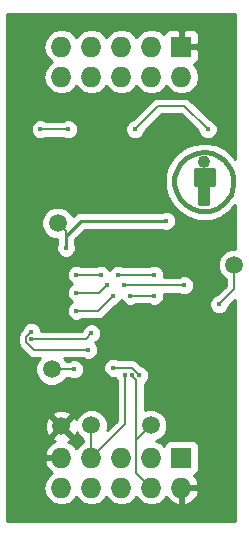
<source format=gbl>
G04 #@! TF.FileFunction,Copper,L2,Bot,Signal*
%FSLAX46Y46*%
G04 Gerber Fmt 4.6, Leading zero omitted, Abs format (unit mm)*
G04 Created by KiCad (PCBNEW 4.0.5) date 01/03/18 17:15:43*
%MOMM*%
%LPD*%
G01*
G04 APERTURE LIST*
%ADD10C,0.100000*%
%ADD11C,0.381000*%
%ADD12R,1.727200X1.727200*%
%ADD13O,1.727200X1.727200*%
%ADD14C,1.500000*%
%ADD15C,0.406400*%
%ADD16C,0.152400*%
%ADD17C,0.254000*%
G04 APERTURE END LIST*
D10*
D11*
X95885000Y-90556080D02*
X95885000Y-90954860D01*
X96586040Y-91754960D02*
X95285560Y-91754960D01*
X95384620Y-92057220D02*
X96586040Y-92057220D01*
X96685100Y-92356940D02*
X95384620Y-92356940D01*
X95885000Y-92755720D02*
X95885000Y-94056200D01*
X95785940Y-94256860D02*
X95585280Y-94256860D01*
X95585280Y-94256860D02*
X95585280Y-92656660D01*
X96184720Y-92755720D02*
X96184720Y-94256860D01*
X96184720Y-94256860D02*
X95684340Y-94256860D01*
X96685100Y-91455240D02*
X95183960Y-91455240D01*
X95183960Y-91455240D02*
X95183960Y-92656660D01*
X95183960Y-92656660D02*
X96685100Y-92656660D01*
X96685100Y-92656660D02*
X96685100Y-91455240D01*
X96200666Y-90756740D02*
G75*
G03X96200666Y-90756740I-315666J0D01*
G01*
X95885000Y-89956640D02*
X95984060Y-89956640D01*
X95984060Y-89956640D02*
X96586040Y-90055700D01*
X96586040Y-90055700D02*
X97083880Y-90256360D01*
X97083880Y-90256360D02*
X97584260Y-90655140D01*
X97584260Y-90655140D02*
X98084640Y-91257120D01*
X98084640Y-91257120D02*
X98285300Y-91655900D01*
X98285300Y-91655900D02*
X98384360Y-92156280D01*
X98384360Y-92156280D02*
X98384360Y-92755720D01*
X98384360Y-92755720D02*
X98186240Y-93555820D01*
X98186240Y-93555820D02*
X97584260Y-94256860D01*
X97584260Y-94256860D02*
X97083880Y-94655640D01*
X97083880Y-94655640D02*
X96385380Y-94955360D01*
X96385380Y-94955360D02*
X95585280Y-94955360D01*
X95585280Y-94955360D02*
X94985840Y-94757240D01*
X94985840Y-94757240D02*
X94383860Y-94454980D01*
X94383860Y-94454980D02*
X93886020Y-93957140D01*
X93886020Y-93957140D02*
X93484700Y-93256100D01*
X93484700Y-93256100D02*
X93385640Y-92656660D01*
X93385640Y-92656660D02*
X93385640Y-92057220D01*
X93385640Y-92057220D02*
X93583760Y-91455240D01*
X93583760Y-91455240D02*
X93886020Y-90954860D01*
X93886020Y-90954860D02*
X94383860Y-90457020D01*
X94383860Y-90457020D02*
X94884240Y-90154760D01*
X94884240Y-90154760D02*
X95285560Y-90055700D01*
X95285560Y-90055700D02*
X95885000Y-89956640D01*
D12*
X93980000Y-115824000D03*
D13*
X93980000Y-118364000D03*
X91440000Y-115824000D03*
X91440000Y-118364000D03*
X88900000Y-115824000D03*
X88900000Y-118364000D03*
X86360000Y-115824000D03*
X86360000Y-118364000D03*
X83820000Y-115824000D03*
X83820000Y-118364000D03*
D12*
X93980000Y-81026000D03*
D13*
X93980000Y-83566000D03*
X91440000Y-81026000D03*
X91440000Y-83566000D03*
X88900000Y-81026000D03*
X88900000Y-83566000D03*
X86360000Y-81026000D03*
X86360000Y-83566000D03*
X83820000Y-81026000D03*
X83820000Y-83566000D03*
D14*
X86360000Y-113093500D03*
X91376500Y-113093500D03*
X83820000Y-113157000D03*
X82994500Y-108331000D03*
X83502500Y-95948500D03*
X98425000Y-99504500D03*
D15*
X97917000Y-103568500D03*
X94493602Y-104521000D03*
X94482398Y-107569000D03*
X81089500Y-90551000D03*
X93472000Y-88011000D03*
X86868000Y-111506000D03*
X84201000Y-110426500D03*
X88900000Y-105537000D03*
X88900000Y-97536000D03*
X87122000Y-88011000D03*
X84899500Y-108331000D03*
X92710000Y-95758000D03*
X84201000Y-98044000D03*
X97155000Y-102818500D03*
X96202500Y-88011000D03*
X90043000Y-88011000D03*
X82042000Y-88011000D03*
X84391500Y-88011000D03*
X86365400Y-105287000D03*
X81280000Y-105791000D03*
X86106000Y-106680000D03*
X81280000Y-105156000D03*
X89776313Y-108839000D03*
X89217500Y-108839000D03*
X90424000Y-108839000D03*
X88201500Y-108204000D03*
X87150000Y-100330000D03*
X85090000Y-100330000D03*
X87650000Y-101219000D03*
X85090000Y-101854000D03*
X88150000Y-102108000D03*
X85090000Y-103378000D03*
X88646000Y-100330000D03*
X91694000Y-100330000D03*
X89150000Y-101219000D03*
X94234000Y-101219000D03*
X91694000Y-102108000D03*
X89650000Y-102108000D03*
D16*
X88104632Y-89281000D02*
X91059000Y-89281000D01*
X87122000Y-88011000D02*
X87122000Y-88298368D01*
X87122000Y-88298368D02*
X88104632Y-89281000D01*
X82994500Y-108331000D02*
X84899500Y-108331000D01*
D17*
X84201000Y-97028000D02*
X85471000Y-95758000D01*
X85471000Y-95758000D02*
X92710000Y-95758000D01*
X84201000Y-98044000D02*
X84201000Y-97028000D01*
D16*
X84201000Y-98044000D02*
X84201000Y-96647000D01*
X84201000Y-96647000D02*
X83502500Y-95948500D01*
X98425000Y-99504500D02*
X98425000Y-101548500D01*
X98425000Y-101548500D02*
X97155000Y-102818500D01*
X90043000Y-88011000D02*
X92011500Y-86042500D01*
X92011500Y-86042500D02*
X94234000Y-86042500D01*
X94234000Y-86042500D02*
X96202500Y-88011000D01*
X84391500Y-88011000D02*
X82042000Y-88011000D01*
X81280000Y-105791000D02*
X85861400Y-105791000D01*
X85861400Y-105791000D02*
X86365400Y-105287000D01*
X81280000Y-105156000D02*
X80848199Y-105587801D01*
X80848199Y-105587801D02*
X80848199Y-105998265D01*
X80848199Y-105998265D02*
X81529934Y-106680000D01*
X81529934Y-106680000D02*
X86106000Y-106680000D01*
X91376500Y-113093500D02*
X90170000Y-114300000D01*
X90170000Y-114300000D02*
X90170000Y-117094000D01*
X90170000Y-117094000D02*
X90576401Y-117500401D01*
X90576401Y-117500401D02*
X91440000Y-118364000D01*
X89979512Y-109042199D02*
X89776313Y-108839000D01*
X90170000Y-109232687D02*
X89979512Y-109042199D01*
X90170000Y-117094000D02*
X90170000Y-109232687D01*
X91440000Y-118364000D02*
X90170000Y-117094000D01*
X86360000Y-113093500D02*
X86360000Y-114154160D01*
X86360000Y-114154160D02*
X86360000Y-115824000D01*
X89217500Y-112966500D02*
X89217500Y-109126368D01*
X86360000Y-115824000D02*
X89217500Y-112966500D01*
X89217500Y-109126368D02*
X89217500Y-108839000D01*
X88201500Y-108204000D02*
X89789000Y-108204000D01*
X89789000Y-108204000D02*
X90424000Y-108839000D01*
X85090000Y-100330000D02*
X87150000Y-100330000D01*
X85090000Y-101854000D02*
X87015000Y-101854000D01*
X87015000Y-101854000D02*
X87650000Y-101219000D01*
X85090000Y-103378000D02*
X86880000Y-103378000D01*
X86880000Y-103378000D02*
X88150000Y-102108000D01*
X91694000Y-100330000D02*
X88646000Y-100330000D01*
X94234000Y-101219000D02*
X89150000Y-101219000D01*
X89650000Y-102108000D02*
X91694000Y-102108000D01*
D17*
G36*
X98552000Y-90527971D02*
X98219085Y-90127459D01*
X98153351Y-90074198D01*
X98098746Y-90009575D01*
X97598366Y-89610795D01*
X97492336Y-89556061D01*
X97392483Y-89490713D01*
X96894642Y-89290053D01*
X96805243Y-89273157D01*
X96720079Y-89241155D01*
X96118099Y-89142095D01*
X96050448Y-89144345D01*
X95984060Y-89131140D01*
X95885000Y-89131140D01*
X95818339Y-89144400D01*
X95750408Y-89142186D01*
X95150968Y-89241246D01*
X95120383Y-89252763D01*
X95087735Y-89254254D01*
X94686415Y-89353314D01*
X94574082Y-89405972D01*
X94457415Y-89448169D01*
X93957036Y-89750429D01*
X93883232Y-89817785D01*
X93800143Y-89873303D01*
X93302303Y-90371143D01*
X93246787Y-90454229D01*
X93179428Y-90528036D01*
X92877169Y-91028416D01*
X92845475Y-91116043D01*
X92799635Y-91197174D01*
X92601515Y-91799154D01*
X92585652Y-91928960D01*
X92560140Y-92057220D01*
X92560140Y-92656660D01*
X92573400Y-92723321D01*
X92571186Y-92791252D01*
X92670246Y-93390692D01*
X92721786Y-93527568D01*
X92768285Y-93666222D01*
X93169605Y-94367262D01*
X93241481Y-94449831D01*
X93302303Y-94540857D01*
X93800143Y-95038697D01*
X93909598Y-95111833D01*
X94013441Y-95192706D01*
X94615421Y-95494966D01*
X94673959Y-95511103D01*
X94726788Y-95541040D01*
X95326228Y-95739160D01*
X95456521Y-95755248D01*
X95585280Y-95780860D01*
X96385380Y-95780860D01*
X96390588Y-95779824D01*
X96395807Y-95780794D01*
X96548307Y-95748452D01*
X96701285Y-95718023D01*
X96705701Y-95715072D01*
X96710893Y-95713971D01*
X97409393Y-95414252D01*
X97500341Y-95351806D01*
X97598366Y-95301205D01*
X98098746Y-94902425D01*
X98149120Y-94842808D01*
X98210546Y-94794649D01*
X98552000Y-94397006D01*
X98552000Y-98119610D01*
X98150715Y-98119260D01*
X97641485Y-98329669D01*
X97251539Y-98718936D01*
X97040241Y-99227798D01*
X97039760Y-99778785D01*
X97250169Y-100288015D01*
X97639436Y-100677961D01*
X97713800Y-100708840D01*
X97713800Y-101253911D01*
X96986538Y-101981173D01*
X96680818Y-102107495D01*
X96444823Y-102343078D01*
X96316946Y-102651040D01*
X96316655Y-102984497D01*
X96443995Y-103292682D01*
X96679578Y-103528677D01*
X96987540Y-103656554D01*
X97320997Y-103656845D01*
X97629182Y-103529505D01*
X97865177Y-103293922D01*
X97992859Y-102986429D01*
X98552000Y-102427289D01*
X98552000Y-121158000D01*
X79248000Y-121158000D01*
X79248000Y-118364000D01*
X82292041Y-118364000D01*
X82406115Y-118937489D01*
X82730971Y-119423670D01*
X83217152Y-119748526D01*
X83790641Y-119862600D01*
X83849359Y-119862600D01*
X84422848Y-119748526D01*
X84909029Y-119423670D01*
X85090000Y-119152828D01*
X85270971Y-119423670D01*
X85757152Y-119748526D01*
X86330641Y-119862600D01*
X86389359Y-119862600D01*
X86962848Y-119748526D01*
X87449029Y-119423670D01*
X87630000Y-119152828D01*
X87810971Y-119423670D01*
X88297152Y-119748526D01*
X88870641Y-119862600D01*
X88929359Y-119862600D01*
X89502848Y-119748526D01*
X89989029Y-119423670D01*
X90170000Y-119152828D01*
X90350971Y-119423670D01*
X90837152Y-119748526D01*
X91410641Y-119862600D01*
X91469359Y-119862600D01*
X92042848Y-119748526D01*
X92529029Y-119423670D01*
X92709992Y-119152839D01*
X93091510Y-119570821D01*
X93620973Y-119818968D01*
X93853000Y-119698469D01*
X93853000Y-118491000D01*
X94107000Y-118491000D01*
X94107000Y-119698469D01*
X94339027Y-119818968D01*
X94868490Y-119570821D01*
X95262688Y-119138947D01*
X95434958Y-118723026D01*
X95313817Y-118491000D01*
X94107000Y-118491000D01*
X93853000Y-118491000D01*
X93833000Y-118491000D01*
X93833000Y-118237000D01*
X93853000Y-118237000D01*
X93853000Y-118217000D01*
X94107000Y-118217000D01*
X94107000Y-118237000D01*
X95313817Y-118237000D01*
X95434958Y-118004974D01*
X95262688Y-117589053D01*
X95003391Y-117304973D01*
X95078917Y-117290762D01*
X95295041Y-117151690D01*
X95440031Y-116939490D01*
X95491040Y-116687600D01*
X95491040Y-114960400D01*
X95446762Y-114725083D01*
X95307690Y-114508959D01*
X95095490Y-114363969D01*
X94843600Y-114312960D01*
X93116400Y-114312960D01*
X92881083Y-114357238D01*
X92664959Y-114496310D01*
X92519969Y-114708510D01*
X92500338Y-114805451D01*
X92328490Y-114617179D01*
X91853974Y-114394784D01*
X92160015Y-114268331D01*
X92549961Y-113879064D01*
X92761259Y-113370202D01*
X92761740Y-112819215D01*
X92551331Y-112309985D01*
X92162064Y-111920039D01*
X91653202Y-111708741D01*
X91102215Y-111708260D01*
X90881200Y-111799581D01*
X90881200Y-109557022D01*
X90898182Y-109550005D01*
X91134177Y-109314422D01*
X91262054Y-109006460D01*
X91262345Y-108673003D01*
X91135005Y-108364818D01*
X90899422Y-108128823D01*
X90591929Y-108001141D01*
X90291894Y-107701106D01*
X90061165Y-107546937D01*
X89789000Y-107492800D01*
X88674458Y-107492800D01*
X88368960Y-107365946D01*
X88035503Y-107365655D01*
X87727318Y-107492995D01*
X87491323Y-107728578D01*
X87363446Y-108036540D01*
X87363155Y-108369997D01*
X87490495Y-108678182D01*
X87726078Y-108914177D01*
X88034040Y-109042054D01*
X88367497Y-109042345D01*
X88390636Y-109032784D01*
X88506300Y-109312710D01*
X88506300Y-112671911D01*
X87699845Y-113478366D01*
X87744759Y-113370202D01*
X87745240Y-112819215D01*
X87534831Y-112309985D01*
X87145564Y-111920039D01*
X86636702Y-111708741D01*
X86085715Y-111708260D01*
X85576485Y-111918669D01*
X85186539Y-112307936D01*
X85083455Y-112556190D01*
X85032460Y-112433077D01*
X84791517Y-112365088D01*
X83999605Y-113157000D01*
X84791517Y-113948912D01*
X85032460Y-113880923D01*
X85103873Y-113680263D01*
X85185169Y-113877015D01*
X85574436Y-114266961D01*
X85648800Y-114297840D01*
X85648800Y-114511873D01*
X85270971Y-114764330D01*
X85090008Y-115035161D01*
X84708490Y-114617179D01*
X84350705Y-114449494D01*
X84543923Y-114369460D01*
X84611912Y-114128517D01*
X83820000Y-113336605D01*
X83028088Y-114128517D01*
X83096077Y-114369460D01*
X83302961Y-114443088D01*
X82931510Y-114617179D01*
X82537312Y-115049053D01*
X82365042Y-115464974D01*
X82486183Y-115697000D01*
X83693000Y-115697000D01*
X83693000Y-115677000D01*
X83947000Y-115677000D01*
X83947000Y-115697000D01*
X83967000Y-115697000D01*
X83967000Y-115951000D01*
X83947000Y-115951000D01*
X83947000Y-115971000D01*
X83693000Y-115971000D01*
X83693000Y-115951000D01*
X82486183Y-115951000D01*
X82365042Y-116183026D01*
X82537312Y-116598947D01*
X82931510Y-117030821D01*
X83054228Y-117088336D01*
X82730971Y-117304330D01*
X82406115Y-117790511D01*
X82292041Y-118364000D01*
X79248000Y-118364000D01*
X79248000Y-112952171D01*
X82422799Y-112952171D01*
X82450770Y-113502448D01*
X82607540Y-113880923D01*
X82848483Y-113948912D01*
X83640395Y-113157000D01*
X82848483Y-112365088D01*
X82607540Y-112433077D01*
X82422799Y-112952171D01*
X79248000Y-112952171D01*
X79248000Y-112185483D01*
X83028088Y-112185483D01*
X83820000Y-112977395D01*
X84611912Y-112185483D01*
X84543923Y-111944540D01*
X84024829Y-111759799D01*
X83474552Y-111787770D01*
X83096077Y-111944540D01*
X83028088Y-112185483D01*
X79248000Y-112185483D01*
X79248000Y-105587801D01*
X80136999Y-105587801D01*
X80136999Y-105998265D01*
X80191136Y-106270430D01*
X80345305Y-106501159D01*
X81027040Y-107182894D01*
X81257769Y-107337063D01*
X81529934Y-107391200D01*
X81975544Y-107391200D01*
X81821039Y-107545436D01*
X81609741Y-108054298D01*
X81609260Y-108605285D01*
X81819669Y-109114515D01*
X82208936Y-109504461D01*
X82717798Y-109715759D01*
X83268785Y-109716240D01*
X83778015Y-109505831D01*
X84167961Y-109116564D01*
X84198840Y-109042200D01*
X84426542Y-109042200D01*
X84732040Y-109169054D01*
X85065497Y-109169345D01*
X85373682Y-109042005D01*
X85609677Y-108806422D01*
X85737554Y-108498460D01*
X85737845Y-108165003D01*
X85610505Y-107856818D01*
X85374922Y-107620823D01*
X85066960Y-107492946D01*
X84733503Y-107492655D01*
X84425790Y-107619800D01*
X84199211Y-107619800D01*
X84169331Y-107547485D01*
X84013318Y-107391200D01*
X85633042Y-107391200D01*
X85938540Y-107518054D01*
X86271997Y-107518345D01*
X86580182Y-107391005D01*
X86816177Y-107155422D01*
X86944054Y-106847460D01*
X86944345Y-106514003D01*
X86817005Y-106205818D01*
X86676728Y-106065295D01*
X86839582Y-105998005D01*
X87075577Y-105762422D01*
X87203454Y-105454460D01*
X87203745Y-105121003D01*
X87076405Y-104812818D01*
X86840822Y-104576823D01*
X86532860Y-104448946D01*
X86199403Y-104448655D01*
X85891218Y-104575995D01*
X85655223Y-104811578D01*
X85543847Y-105079800D01*
X82118267Y-105079800D01*
X82118345Y-104990003D01*
X81991005Y-104681818D01*
X81755422Y-104445823D01*
X81447460Y-104317946D01*
X81114003Y-104317655D01*
X80805818Y-104444995D01*
X80569823Y-104680578D01*
X80442141Y-104988071D01*
X80345305Y-105084907D01*
X80191136Y-105315636D01*
X80150717Y-105518835D01*
X80136999Y-105587801D01*
X79248000Y-105587801D01*
X79248000Y-100495997D01*
X84251655Y-100495997D01*
X84378995Y-100804182D01*
X84614578Y-101040177D01*
X84739308Y-101091970D01*
X84615818Y-101142995D01*
X84379823Y-101378578D01*
X84251946Y-101686540D01*
X84251655Y-102019997D01*
X84378995Y-102328182D01*
X84614578Y-102564177D01*
X84739308Y-102615970D01*
X84615818Y-102666995D01*
X84379823Y-102902578D01*
X84251946Y-103210540D01*
X84251655Y-103543997D01*
X84378995Y-103852182D01*
X84614578Y-104088177D01*
X84922540Y-104216054D01*
X85255997Y-104216345D01*
X85563710Y-104089200D01*
X86880000Y-104089200D01*
X87152165Y-104035063D01*
X87382894Y-103880894D01*
X88318462Y-102945326D01*
X88624182Y-102819005D01*
X88860177Y-102583422D01*
X88899940Y-102487662D01*
X88938995Y-102582182D01*
X89174578Y-102818177D01*
X89482540Y-102946054D01*
X89815997Y-102946345D01*
X90123710Y-102819200D01*
X91221042Y-102819200D01*
X91526540Y-102946054D01*
X91859997Y-102946345D01*
X92168182Y-102819005D01*
X92404177Y-102583422D01*
X92532054Y-102275460D01*
X92532345Y-101942003D01*
X92527468Y-101930200D01*
X93761042Y-101930200D01*
X94066540Y-102057054D01*
X94399997Y-102057345D01*
X94708182Y-101930005D01*
X94944177Y-101694422D01*
X95072054Y-101386460D01*
X95072345Y-101053003D01*
X94945005Y-100744818D01*
X94709422Y-100508823D01*
X94401460Y-100380946D01*
X94068003Y-100380655D01*
X93760290Y-100507800D01*
X92527760Y-100507800D01*
X92532054Y-100497460D01*
X92532345Y-100164003D01*
X92405005Y-99855818D01*
X92169422Y-99619823D01*
X91861460Y-99491946D01*
X91528003Y-99491655D01*
X91220290Y-99618800D01*
X89118958Y-99618800D01*
X88813460Y-99491946D01*
X88480003Y-99491655D01*
X88171818Y-99618995D01*
X87935823Y-99854578D01*
X87898065Y-99945510D01*
X87861005Y-99855818D01*
X87625422Y-99619823D01*
X87317460Y-99491946D01*
X86984003Y-99491655D01*
X86676290Y-99618800D01*
X85562958Y-99618800D01*
X85257460Y-99491946D01*
X84924003Y-99491655D01*
X84615818Y-99618995D01*
X84379823Y-99854578D01*
X84251946Y-100162540D01*
X84251655Y-100495997D01*
X79248000Y-100495997D01*
X79248000Y-96222785D01*
X82117260Y-96222785D01*
X82327669Y-96732015D01*
X82716936Y-97121961D01*
X83225798Y-97333259D01*
X83439000Y-97333445D01*
X83439000Y-97693382D01*
X83362946Y-97876540D01*
X83362655Y-98209997D01*
X83489995Y-98518182D01*
X83725578Y-98754177D01*
X84033540Y-98882054D01*
X84366997Y-98882345D01*
X84675182Y-98755005D01*
X84911177Y-98519422D01*
X85039054Y-98211460D01*
X85039345Y-97878003D01*
X84963000Y-97693235D01*
X84963000Y-97343630D01*
X85786631Y-96520000D01*
X92359382Y-96520000D01*
X92542540Y-96596054D01*
X92875997Y-96596345D01*
X93184182Y-96469005D01*
X93420177Y-96233422D01*
X93548054Y-95925460D01*
X93548345Y-95592003D01*
X93421005Y-95283818D01*
X93185422Y-95047823D01*
X92877460Y-94919946D01*
X92544003Y-94919655D01*
X92359235Y-94996000D01*
X85471000Y-94996000D01*
X85214632Y-95046995D01*
X85179395Y-95054004D01*
X84932184Y-95219185D01*
X84767692Y-95383677D01*
X84677331Y-95164985D01*
X84288064Y-94775039D01*
X83779202Y-94563741D01*
X83228215Y-94563260D01*
X82718985Y-94773669D01*
X82329039Y-95162936D01*
X82117741Y-95671798D01*
X82117260Y-96222785D01*
X79248000Y-96222785D01*
X79248000Y-88176997D01*
X81203655Y-88176997D01*
X81330995Y-88485182D01*
X81566578Y-88721177D01*
X81874540Y-88849054D01*
X82207997Y-88849345D01*
X82515710Y-88722200D01*
X83918542Y-88722200D01*
X84224040Y-88849054D01*
X84557497Y-88849345D01*
X84865682Y-88722005D01*
X85101677Y-88486422D01*
X85229554Y-88178460D01*
X85229555Y-88176997D01*
X89204655Y-88176997D01*
X89331995Y-88485182D01*
X89567578Y-88721177D01*
X89875540Y-88849054D01*
X90208997Y-88849345D01*
X90517182Y-88722005D01*
X90753177Y-88486422D01*
X90880859Y-88178929D01*
X92306089Y-86753700D01*
X93939412Y-86753700D01*
X95365174Y-88179463D01*
X95491495Y-88485182D01*
X95727078Y-88721177D01*
X96035040Y-88849054D01*
X96368497Y-88849345D01*
X96676682Y-88722005D01*
X96912677Y-88486422D01*
X97040554Y-88178460D01*
X97040845Y-87845003D01*
X96913505Y-87536818D01*
X96677922Y-87300823D01*
X96370430Y-87173141D01*
X94736894Y-85539606D01*
X94506165Y-85385437D01*
X94234000Y-85331300D01*
X92011500Y-85331300D01*
X91739336Y-85385437D01*
X91739334Y-85385438D01*
X91739335Y-85385438D01*
X91508605Y-85539606D01*
X89874539Y-87173673D01*
X89568818Y-87299995D01*
X89332823Y-87535578D01*
X89204946Y-87843540D01*
X89204655Y-88176997D01*
X85229555Y-88176997D01*
X85229845Y-87845003D01*
X85102505Y-87536818D01*
X84866922Y-87300823D01*
X84558960Y-87172946D01*
X84225503Y-87172655D01*
X83917790Y-87299800D01*
X82514958Y-87299800D01*
X82209460Y-87172946D01*
X81876003Y-87172655D01*
X81567818Y-87299995D01*
X81331823Y-87535578D01*
X81203946Y-87843540D01*
X81203655Y-88176997D01*
X79248000Y-88176997D01*
X79248000Y-81026000D01*
X82292041Y-81026000D01*
X82406115Y-81599489D01*
X82730971Y-82085670D01*
X83045752Y-82296000D01*
X82730971Y-82506330D01*
X82406115Y-82992511D01*
X82292041Y-83566000D01*
X82406115Y-84139489D01*
X82730971Y-84625670D01*
X83217152Y-84950526D01*
X83790641Y-85064600D01*
X83849359Y-85064600D01*
X84422848Y-84950526D01*
X84909029Y-84625670D01*
X85090000Y-84354828D01*
X85270971Y-84625670D01*
X85757152Y-84950526D01*
X86330641Y-85064600D01*
X86389359Y-85064600D01*
X86962848Y-84950526D01*
X87449029Y-84625670D01*
X87630000Y-84354828D01*
X87810971Y-84625670D01*
X88297152Y-84950526D01*
X88870641Y-85064600D01*
X88929359Y-85064600D01*
X89502848Y-84950526D01*
X89989029Y-84625670D01*
X90170000Y-84354828D01*
X90350971Y-84625670D01*
X90837152Y-84950526D01*
X91410641Y-85064600D01*
X91469359Y-85064600D01*
X92042848Y-84950526D01*
X92529029Y-84625670D01*
X92710000Y-84354828D01*
X92890971Y-84625670D01*
X93377152Y-84950526D01*
X93950641Y-85064600D01*
X94009359Y-85064600D01*
X94582848Y-84950526D01*
X95069029Y-84625670D01*
X95393885Y-84139489D01*
X95507959Y-83566000D01*
X95393885Y-82992511D01*
X95069029Y-82506330D01*
X95047977Y-82492263D01*
X95203298Y-82427927D01*
X95381927Y-82249299D01*
X95478600Y-82015910D01*
X95478600Y-81311750D01*
X95319850Y-81153000D01*
X94107000Y-81153000D01*
X94107000Y-81173000D01*
X93853000Y-81173000D01*
X93853000Y-81153000D01*
X93833000Y-81153000D01*
X93833000Y-80899000D01*
X93853000Y-80899000D01*
X93853000Y-79686150D01*
X94107000Y-79686150D01*
X94107000Y-80899000D01*
X95319850Y-80899000D01*
X95478600Y-80740250D01*
X95478600Y-80036090D01*
X95381927Y-79802701D01*
X95203298Y-79624073D01*
X94969909Y-79527400D01*
X94265750Y-79527400D01*
X94107000Y-79686150D01*
X93853000Y-79686150D01*
X93694250Y-79527400D01*
X92990091Y-79527400D01*
X92756702Y-79624073D01*
X92578073Y-79802701D01*
X92514356Y-79956526D01*
X92042848Y-79641474D01*
X91469359Y-79527400D01*
X91410641Y-79527400D01*
X90837152Y-79641474D01*
X90350971Y-79966330D01*
X90170000Y-80237172D01*
X89989029Y-79966330D01*
X89502848Y-79641474D01*
X88929359Y-79527400D01*
X88870641Y-79527400D01*
X88297152Y-79641474D01*
X87810971Y-79966330D01*
X87630000Y-80237172D01*
X87449029Y-79966330D01*
X86962848Y-79641474D01*
X86389359Y-79527400D01*
X86330641Y-79527400D01*
X85757152Y-79641474D01*
X85270971Y-79966330D01*
X85090000Y-80237172D01*
X84909029Y-79966330D01*
X84422848Y-79641474D01*
X83849359Y-79527400D01*
X83790641Y-79527400D01*
X83217152Y-79641474D01*
X82730971Y-79966330D01*
X82406115Y-80452511D01*
X82292041Y-81026000D01*
X79248000Y-81026000D01*
X79248000Y-78232000D01*
X98552000Y-78232000D01*
X98552000Y-90527971D01*
X98552000Y-90527971D01*
G37*
X98552000Y-90527971D02*
X98219085Y-90127459D01*
X98153351Y-90074198D01*
X98098746Y-90009575D01*
X97598366Y-89610795D01*
X97492336Y-89556061D01*
X97392483Y-89490713D01*
X96894642Y-89290053D01*
X96805243Y-89273157D01*
X96720079Y-89241155D01*
X96118099Y-89142095D01*
X96050448Y-89144345D01*
X95984060Y-89131140D01*
X95885000Y-89131140D01*
X95818339Y-89144400D01*
X95750408Y-89142186D01*
X95150968Y-89241246D01*
X95120383Y-89252763D01*
X95087735Y-89254254D01*
X94686415Y-89353314D01*
X94574082Y-89405972D01*
X94457415Y-89448169D01*
X93957036Y-89750429D01*
X93883232Y-89817785D01*
X93800143Y-89873303D01*
X93302303Y-90371143D01*
X93246787Y-90454229D01*
X93179428Y-90528036D01*
X92877169Y-91028416D01*
X92845475Y-91116043D01*
X92799635Y-91197174D01*
X92601515Y-91799154D01*
X92585652Y-91928960D01*
X92560140Y-92057220D01*
X92560140Y-92656660D01*
X92573400Y-92723321D01*
X92571186Y-92791252D01*
X92670246Y-93390692D01*
X92721786Y-93527568D01*
X92768285Y-93666222D01*
X93169605Y-94367262D01*
X93241481Y-94449831D01*
X93302303Y-94540857D01*
X93800143Y-95038697D01*
X93909598Y-95111833D01*
X94013441Y-95192706D01*
X94615421Y-95494966D01*
X94673959Y-95511103D01*
X94726788Y-95541040D01*
X95326228Y-95739160D01*
X95456521Y-95755248D01*
X95585280Y-95780860D01*
X96385380Y-95780860D01*
X96390588Y-95779824D01*
X96395807Y-95780794D01*
X96548307Y-95748452D01*
X96701285Y-95718023D01*
X96705701Y-95715072D01*
X96710893Y-95713971D01*
X97409393Y-95414252D01*
X97500341Y-95351806D01*
X97598366Y-95301205D01*
X98098746Y-94902425D01*
X98149120Y-94842808D01*
X98210546Y-94794649D01*
X98552000Y-94397006D01*
X98552000Y-98119610D01*
X98150715Y-98119260D01*
X97641485Y-98329669D01*
X97251539Y-98718936D01*
X97040241Y-99227798D01*
X97039760Y-99778785D01*
X97250169Y-100288015D01*
X97639436Y-100677961D01*
X97713800Y-100708840D01*
X97713800Y-101253911D01*
X96986538Y-101981173D01*
X96680818Y-102107495D01*
X96444823Y-102343078D01*
X96316946Y-102651040D01*
X96316655Y-102984497D01*
X96443995Y-103292682D01*
X96679578Y-103528677D01*
X96987540Y-103656554D01*
X97320997Y-103656845D01*
X97629182Y-103529505D01*
X97865177Y-103293922D01*
X97992859Y-102986429D01*
X98552000Y-102427289D01*
X98552000Y-121158000D01*
X79248000Y-121158000D01*
X79248000Y-118364000D01*
X82292041Y-118364000D01*
X82406115Y-118937489D01*
X82730971Y-119423670D01*
X83217152Y-119748526D01*
X83790641Y-119862600D01*
X83849359Y-119862600D01*
X84422848Y-119748526D01*
X84909029Y-119423670D01*
X85090000Y-119152828D01*
X85270971Y-119423670D01*
X85757152Y-119748526D01*
X86330641Y-119862600D01*
X86389359Y-119862600D01*
X86962848Y-119748526D01*
X87449029Y-119423670D01*
X87630000Y-119152828D01*
X87810971Y-119423670D01*
X88297152Y-119748526D01*
X88870641Y-119862600D01*
X88929359Y-119862600D01*
X89502848Y-119748526D01*
X89989029Y-119423670D01*
X90170000Y-119152828D01*
X90350971Y-119423670D01*
X90837152Y-119748526D01*
X91410641Y-119862600D01*
X91469359Y-119862600D01*
X92042848Y-119748526D01*
X92529029Y-119423670D01*
X92709992Y-119152839D01*
X93091510Y-119570821D01*
X93620973Y-119818968D01*
X93853000Y-119698469D01*
X93853000Y-118491000D01*
X94107000Y-118491000D01*
X94107000Y-119698469D01*
X94339027Y-119818968D01*
X94868490Y-119570821D01*
X95262688Y-119138947D01*
X95434958Y-118723026D01*
X95313817Y-118491000D01*
X94107000Y-118491000D01*
X93853000Y-118491000D01*
X93833000Y-118491000D01*
X93833000Y-118237000D01*
X93853000Y-118237000D01*
X93853000Y-118217000D01*
X94107000Y-118217000D01*
X94107000Y-118237000D01*
X95313817Y-118237000D01*
X95434958Y-118004974D01*
X95262688Y-117589053D01*
X95003391Y-117304973D01*
X95078917Y-117290762D01*
X95295041Y-117151690D01*
X95440031Y-116939490D01*
X95491040Y-116687600D01*
X95491040Y-114960400D01*
X95446762Y-114725083D01*
X95307690Y-114508959D01*
X95095490Y-114363969D01*
X94843600Y-114312960D01*
X93116400Y-114312960D01*
X92881083Y-114357238D01*
X92664959Y-114496310D01*
X92519969Y-114708510D01*
X92500338Y-114805451D01*
X92328490Y-114617179D01*
X91853974Y-114394784D01*
X92160015Y-114268331D01*
X92549961Y-113879064D01*
X92761259Y-113370202D01*
X92761740Y-112819215D01*
X92551331Y-112309985D01*
X92162064Y-111920039D01*
X91653202Y-111708741D01*
X91102215Y-111708260D01*
X90881200Y-111799581D01*
X90881200Y-109557022D01*
X90898182Y-109550005D01*
X91134177Y-109314422D01*
X91262054Y-109006460D01*
X91262345Y-108673003D01*
X91135005Y-108364818D01*
X90899422Y-108128823D01*
X90591929Y-108001141D01*
X90291894Y-107701106D01*
X90061165Y-107546937D01*
X89789000Y-107492800D01*
X88674458Y-107492800D01*
X88368960Y-107365946D01*
X88035503Y-107365655D01*
X87727318Y-107492995D01*
X87491323Y-107728578D01*
X87363446Y-108036540D01*
X87363155Y-108369997D01*
X87490495Y-108678182D01*
X87726078Y-108914177D01*
X88034040Y-109042054D01*
X88367497Y-109042345D01*
X88390636Y-109032784D01*
X88506300Y-109312710D01*
X88506300Y-112671911D01*
X87699845Y-113478366D01*
X87744759Y-113370202D01*
X87745240Y-112819215D01*
X87534831Y-112309985D01*
X87145564Y-111920039D01*
X86636702Y-111708741D01*
X86085715Y-111708260D01*
X85576485Y-111918669D01*
X85186539Y-112307936D01*
X85083455Y-112556190D01*
X85032460Y-112433077D01*
X84791517Y-112365088D01*
X83999605Y-113157000D01*
X84791517Y-113948912D01*
X85032460Y-113880923D01*
X85103873Y-113680263D01*
X85185169Y-113877015D01*
X85574436Y-114266961D01*
X85648800Y-114297840D01*
X85648800Y-114511873D01*
X85270971Y-114764330D01*
X85090008Y-115035161D01*
X84708490Y-114617179D01*
X84350705Y-114449494D01*
X84543923Y-114369460D01*
X84611912Y-114128517D01*
X83820000Y-113336605D01*
X83028088Y-114128517D01*
X83096077Y-114369460D01*
X83302961Y-114443088D01*
X82931510Y-114617179D01*
X82537312Y-115049053D01*
X82365042Y-115464974D01*
X82486183Y-115697000D01*
X83693000Y-115697000D01*
X83693000Y-115677000D01*
X83947000Y-115677000D01*
X83947000Y-115697000D01*
X83967000Y-115697000D01*
X83967000Y-115951000D01*
X83947000Y-115951000D01*
X83947000Y-115971000D01*
X83693000Y-115971000D01*
X83693000Y-115951000D01*
X82486183Y-115951000D01*
X82365042Y-116183026D01*
X82537312Y-116598947D01*
X82931510Y-117030821D01*
X83054228Y-117088336D01*
X82730971Y-117304330D01*
X82406115Y-117790511D01*
X82292041Y-118364000D01*
X79248000Y-118364000D01*
X79248000Y-112952171D01*
X82422799Y-112952171D01*
X82450770Y-113502448D01*
X82607540Y-113880923D01*
X82848483Y-113948912D01*
X83640395Y-113157000D01*
X82848483Y-112365088D01*
X82607540Y-112433077D01*
X82422799Y-112952171D01*
X79248000Y-112952171D01*
X79248000Y-112185483D01*
X83028088Y-112185483D01*
X83820000Y-112977395D01*
X84611912Y-112185483D01*
X84543923Y-111944540D01*
X84024829Y-111759799D01*
X83474552Y-111787770D01*
X83096077Y-111944540D01*
X83028088Y-112185483D01*
X79248000Y-112185483D01*
X79248000Y-105587801D01*
X80136999Y-105587801D01*
X80136999Y-105998265D01*
X80191136Y-106270430D01*
X80345305Y-106501159D01*
X81027040Y-107182894D01*
X81257769Y-107337063D01*
X81529934Y-107391200D01*
X81975544Y-107391200D01*
X81821039Y-107545436D01*
X81609741Y-108054298D01*
X81609260Y-108605285D01*
X81819669Y-109114515D01*
X82208936Y-109504461D01*
X82717798Y-109715759D01*
X83268785Y-109716240D01*
X83778015Y-109505831D01*
X84167961Y-109116564D01*
X84198840Y-109042200D01*
X84426542Y-109042200D01*
X84732040Y-109169054D01*
X85065497Y-109169345D01*
X85373682Y-109042005D01*
X85609677Y-108806422D01*
X85737554Y-108498460D01*
X85737845Y-108165003D01*
X85610505Y-107856818D01*
X85374922Y-107620823D01*
X85066960Y-107492946D01*
X84733503Y-107492655D01*
X84425790Y-107619800D01*
X84199211Y-107619800D01*
X84169331Y-107547485D01*
X84013318Y-107391200D01*
X85633042Y-107391200D01*
X85938540Y-107518054D01*
X86271997Y-107518345D01*
X86580182Y-107391005D01*
X86816177Y-107155422D01*
X86944054Y-106847460D01*
X86944345Y-106514003D01*
X86817005Y-106205818D01*
X86676728Y-106065295D01*
X86839582Y-105998005D01*
X87075577Y-105762422D01*
X87203454Y-105454460D01*
X87203745Y-105121003D01*
X87076405Y-104812818D01*
X86840822Y-104576823D01*
X86532860Y-104448946D01*
X86199403Y-104448655D01*
X85891218Y-104575995D01*
X85655223Y-104811578D01*
X85543847Y-105079800D01*
X82118267Y-105079800D01*
X82118345Y-104990003D01*
X81991005Y-104681818D01*
X81755422Y-104445823D01*
X81447460Y-104317946D01*
X81114003Y-104317655D01*
X80805818Y-104444995D01*
X80569823Y-104680578D01*
X80442141Y-104988071D01*
X80345305Y-105084907D01*
X80191136Y-105315636D01*
X80150717Y-105518835D01*
X80136999Y-105587801D01*
X79248000Y-105587801D01*
X79248000Y-100495997D01*
X84251655Y-100495997D01*
X84378995Y-100804182D01*
X84614578Y-101040177D01*
X84739308Y-101091970D01*
X84615818Y-101142995D01*
X84379823Y-101378578D01*
X84251946Y-101686540D01*
X84251655Y-102019997D01*
X84378995Y-102328182D01*
X84614578Y-102564177D01*
X84739308Y-102615970D01*
X84615818Y-102666995D01*
X84379823Y-102902578D01*
X84251946Y-103210540D01*
X84251655Y-103543997D01*
X84378995Y-103852182D01*
X84614578Y-104088177D01*
X84922540Y-104216054D01*
X85255997Y-104216345D01*
X85563710Y-104089200D01*
X86880000Y-104089200D01*
X87152165Y-104035063D01*
X87382894Y-103880894D01*
X88318462Y-102945326D01*
X88624182Y-102819005D01*
X88860177Y-102583422D01*
X88899940Y-102487662D01*
X88938995Y-102582182D01*
X89174578Y-102818177D01*
X89482540Y-102946054D01*
X89815997Y-102946345D01*
X90123710Y-102819200D01*
X91221042Y-102819200D01*
X91526540Y-102946054D01*
X91859997Y-102946345D01*
X92168182Y-102819005D01*
X92404177Y-102583422D01*
X92532054Y-102275460D01*
X92532345Y-101942003D01*
X92527468Y-101930200D01*
X93761042Y-101930200D01*
X94066540Y-102057054D01*
X94399997Y-102057345D01*
X94708182Y-101930005D01*
X94944177Y-101694422D01*
X95072054Y-101386460D01*
X95072345Y-101053003D01*
X94945005Y-100744818D01*
X94709422Y-100508823D01*
X94401460Y-100380946D01*
X94068003Y-100380655D01*
X93760290Y-100507800D01*
X92527760Y-100507800D01*
X92532054Y-100497460D01*
X92532345Y-100164003D01*
X92405005Y-99855818D01*
X92169422Y-99619823D01*
X91861460Y-99491946D01*
X91528003Y-99491655D01*
X91220290Y-99618800D01*
X89118958Y-99618800D01*
X88813460Y-99491946D01*
X88480003Y-99491655D01*
X88171818Y-99618995D01*
X87935823Y-99854578D01*
X87898065Y-99945510D01*
X87861005Y-99855818D01*
X87625422Y-99619823D01*
X87317460Y-99491946D01*
X86984003Y-99491655D01*
X86676290Y-99618800D01*
X85562958Y-99618800D01*
X85257460Y-99491946D01*
X84924003Y-99491655D01*
X84615818Y-99618995D01*
X84379823Y-99854578D01*
X84251946Y-100162540D01*
X84251655Y-100495997D01*
X79248000Y-100495997D01*
X79248000Y-96222785D01*
X82117260Y-96222785D01*
X82327669Y-96732015D01*
X82716936Y-97121961D01*
X83225798Y-97333259D01*
X83439000Y-97333445D01*
X83439000Y-97693382D01*
X83362946Y-97876540D01*
X83362655Y-98209997D01*
X83489995Y-98518182D01*
X83725578Y-98754177D01*
X84033540Y-98882054D01*
X84366997Y-98882345D01*
X84675182Y-98755005D01*
X84911177Y-98519422D01*
X85039054Y-98211460D01*
X85039345Y-97878003D01*
X84963000Y-97693235D01*
X84963000Y-97343630D01*
X85786631Y-96520000D01*
X92359382Y-96520000D01*
X92542540Y-96596054D01*
X92875997Y-96596345D01*
X93184182Y-96469005D01*
X93420177Y-96233422D01*
X93548054Y-95925460D01*
X93548345Y-95592003D01*
X93421005Y-95283818D01*
X93185422Y-95047823D01*
X92877460Y-94919946D01*
X92544003Y-94919655D01*
X92359235Y-94996000D01*
X85471000Y-94996000D01*
X85214632Y-95046995D01*
X85179395Y-95054004D01*
X84932184Y-95219185D01*
X84767692Y-95383677D01*
X84677331Y-95164985D01*
X84288064Y-94775039D01*
X83779202Y-94563741D01*
X83228215Y-94563260D01*
X82718985Y-94773669D01*
X82329039Y-95162936D01*
X82117741Y-95671798D01*
X82117260Y-96222785D01*
X79248000Y-96222785D01*
X79248000Y-88176997D01*
X81203655Y-88176997D01*
X81330995Y-88485182D01*
X81566578Y-88721177D01*
X81874540Y-88849054D01*
X82207997Y-88849345D01*
X82515710Y-88722200D01*
X83918542Y-88722200D01*
X84224040Y-88849054D01*
X84557497Y-88849345D01*
X84865682Y-88722005D01*
X85101677Y-88486422D01*
X85229554Y-88178460D01*
X85229555Y-88176997D01*
X89204655Y-88176997D01*
X89331995Y-88485182D01*
X89567578Y-88721177D01*
X89875540Y-88849054D01*
X90208997Y-88849345D01*
X90517182Y-88722005D01*
X90753177Y-88486422D01*
X90880859Y-88178929D01*
X92306089Y-86753700D01*
X93939412Y-86753700D01*
X95365174Y-88179463D01*
X95491495Y-88485182D01*
X95727078Y-88721177D01*
X96035040Y-88849054D01*
X96368497Y-88849345D01*
X96676682Y-88722005D01*
X96912677Y-88486422D01*
X97040554Y-88178460D01*
X97040845Y-87845003D01*
X96913505Y-87536818D01*
X96677922Y-87300823D01*
X96370430Y-87173141D01*
X94736894Y-85539606D01*
X94506165Y-85385437D01*
X94234000Y-85331300D01*
X92011500Y-85331300D01*
X91739336Y-85385437D01*
X91739334Y-85385438D01*
X91739335Y-85385438D01*
X91508605Y-85539606D01*
X89874539Y-87173673D01*
X89568818Y-87299995D01*
X89332823Y-87535578D01*
X89204946Y-87843540D01*
X89204655Y-88176997D01*
X85229555Y-88176997D01*
X85229845Y-87845003D01*
X85102505Y-87536818D01*
X84866922Y-87300823D01*
X84558960Y-87172946D01*
X84225503Y-87172655D01*
X83917790Y-87299800D01*
X82514958Y-87299800D01*
X82209460Y-87172946D01*
X81876003Y-87172655D01*
X81567818Y-87299995D01*
X81331823Y-87535578D01*
X81203946Y-87843540D01*
X81203655Y-88176997D01*
X79248000Y-88176997D01*
X79248000Y-81026000D01*
X82292041Y-81026000D01*
X82406115Y-81599489D01*
X82730971Y-82085670D01*
X83045752Y-82296000D01*
X82730971Y-82506330D01*
X82406115Y-82992511D01*
X82292041Y-83566000D01*
X82406115Y-84139489D01*
X82730971Y-84625670D01*
X83217152Y-84950526D01*
X83790641Y-85064600D01*
X83849359Y-85064600D01*
X84422848Y-84950526D01*
X84909029Y-84625670D01*
X85090000Y-84354828D01*
X85270971Y-84625670D01*
X85757152Y-84950526D01*
X86330641Y-85064600D01*
X86389359Y-85064600D01*
X86962848Y-84950526D01*
X87449029Y-84625670D01*
X87630000Y-84354828D01*
X87810971Y-84625670D01*
X88297152Y-84950526D01*
X88870641Y-85064600D01*
X88929359Y-85064600D01*
X89502848Y-84950526D01*
X89989029Y-84625670D01*
X90170000Y-84354828D01*
X90350971Y-84625670D01*
X90837152Y-84950526D01*
X91410641Y-85064600D01*
X91469359Y-85064600D01*
X92042848Y-84950526D01*
X92529029Y-84625670D01*
X92710000Y-84354828D01*
X92890971Y-84625670D01*
X93377152Y-84950526D01*
X93950641Y-85064600D01*
X94009359Y-85064600D01*
X94582848Y-84950526D01*
X95069029Y-84625670D01*
X95393885Y-84139489D01*
X95507959Y-83566000D01*
X95393885Y-82992511D01*
X95069029Y-82506330D01*
X95047977Y-82492263D01*
X95203298Y-82427927D01*
X95381927Y-82249299D01*
X95478600Y-82015910D01*
X95478600Y-81311750D01*
X95319850Y-81153000D01*
X94107000Y-81153000D01*
X94107000Y-81173000D01*
X93853000Y-81173000D01*
X93853000Y-81153000D01*
X93833000Y-81153000D01*
X93833000Y-80899000D01*
X93853000Y-80899000D01*
X93853000Y-79686150D01*
X94107000Y-79686150D01*
X94107000Y-80899000D01*
X95319850Y-80899000D01*
X95478600Y-80740250D01*
X95478600Y-80036090D01*
X95381927Y-79802701D01*
X95203298Y-79624073D01*
X94969909Y-79527400D01*
X94265750Y-79527400D01*
X94107000Y-79686150D01*
X93853000Y-79686150D01*
X93694250Y-79527400D01*
X92990091Y-79527400D01*
X92756702Y-79624073D01*
X92578073Y-79802701D01*
X92514356Y-79956526D01*
X92042848Y-79641474D01*
X91469359Y-79527400D01*
X91410641Y-79527400D01*
X90837152Y-79641474D01*
X90350971Y-79966330D01*
X90170000Y-80237172D01*
X89989029Y-79966330D01*
X89502848Y-79641474D01*
X88929359Y-79527400D01*
X88870641Y-79527400D01*
X88297152Y-79641474D01*
X87810971Y-79966330D01*
X87630000Y-80237172D01*
X87449029Y-79966330D01*
X86962848Y-79641474D01*
X86389359Y-79527400D01*
X86330641Y-79527400D01*
X85757152Y-79641474D01*
X85270971Y-79966330D01*
X85090000Y-80237172D01*
X84909029Y-79966330D01*
X84422848Y-79641474D01*
X83849359Y-79527400D01*
X83790641Y-79527400D01*
X83217152Y-79641474D01*
X82730971Y-79966330D01*
X82406115Y-80452511D01*
X82292041Y-81026000D01*
X79248000Y-81026000D01*
X79248000Y-78232000D01*
X98552000Y-78232000D01*
X98552000Y-90527971D01*
G36*
X91567000Y-115697000D02*
X91587000Y-115697000D01*
X91587000Y-115951000D01*
X91567000Y-115951000D01*
X91567000Y-115971000D01*
X91313000Y-115971000D01*
X91313000Y-115951000D01*
X91293000Y-115951000D01*
X91293000Y-115697000D01*
X91313000Y-115697000D01*
X91313000Y-115677000D01*
X91567000Y-115677000D01*
X91567000Y-115697000D01*
X91567000Y-115697000D01*
G37*
X91567000Y-115697000D02*
X91587000Y-115697000D01*
X91587000Y-115951000D01*
X91567000Y-115951000D01*
X91567000Y-115971000D01*
X91313000Y-115971000D01*
X91313000Y-115951000D01*
X91293000Y-115951000D01*
X91293000Y-115697000D01*
X91313000Y-115697000D01*
X91313000Y-115677000D01*
X91567000Y-115677000D01*
X91567000Y-115697000D01*
M02*

</source>
